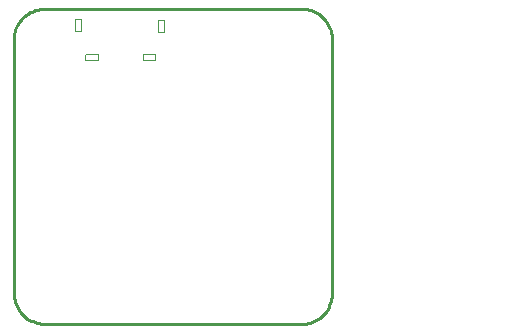
<source format=gko>
%FSTAX23Y23*%
%MOIN*%
%SFA1B1*%

%IPPOS*%
%ADD43C,0.010000*%
%ADD55C,0.001000*%
%LNcore_prototype_1-1*%
%LPD*%
G36*
X05385Y03405D02*
D01*
G37*
G36*
X05425Y035D02*
D01*
G37*
G54D43*
X03742Y02649D02*
D01*
X03742Y02642*
X03742Y02635*
X03744Y02628*
X03745Y02621*
X03747Y02615*
X0375Y02608*
X03753Y02602*
X03757Y02596*
X0376Y0259*
X03765Y02585*
X03769Y0258*
X03774Y02575*
X0378Y0257*
X03785Y02566*
X03791Y02563*
X03797Y0256*
X03803Y02557*
X0381Y02554*
X03817Y02552*
X03823Y02551*
X0383Y0255*
X03837Y0255*
X0384Y0255*
X04701Y0255D02*
D01*
X04707Y0255*
X04714Y0255*
X04721Y02552*
X04728Y02553*
X04734Y02555*
X04741Y02558*
X04747Y02561*
X04753Y02565*
X04759Y02568*
X04764Y02573*
X04769Y02577*
X04774Y02582*
X04779Y02588*
X04783Y02593*
X04786Y02599*
X04789Y02605*
X04792Y02611*
X04795Y02618*
X04797Y02625*
X04798Y02631*
X04799Y02638*
X04799Y02645*
X04799Y02648*
X048Y035D02*
D01*
X04799Y03506*
X04799Y03513*
X04797Y0352*
X04796Y03527*
X04794Y03533*
X04791Y0354*
X04788Y03546*
X04784Y03552*
X04781Y03558*
X04776Y03563*
X04772Y03568*
X04767Y03573*
X04761Y03578*
X04756Y03582*
X0475Y03585*
X04744Y03588*
X04738Y03591*
X04731Y03594*
X04724Y03596*
X04718Y03597*
X04711Y03598*
X04704Y03598*
X04701Y03598*
X0384Y03599D02*
D01*
X03833Y03598*
X03826Y03598*
X03819Y03596*
X03812Y03595*
X03806Y03593*
X03799Y0359*
X03793Y03587*
X03787Y03583*
X03781Y0358*
X03776Y03575*
X03771Y03571*
X03766Y03566*
X03761Y0356*
X03757Y03555*
X03754Y03549*
X03751Y03543*
X03748Y03537*
X03745Y0353*
X03743Y03523*
X03742Y03517*
X03741Y0351*
X03741Y03503*
X03741Y035*
Y02649D02*
Y035D01*
X0384Y03598D02*
X04701D01*
X04799Y02648D02*
Y03499D01*
X0384Y0255D02*
X047D01*
G54D55*
X03978Y03427D02*
Y03446D01*
X03979Y03447*
X04019*
X03978Y03427D02*
X03999D01*
X04019Y03428D02*
Y03447D01*
X04018Y03427D02*
X04019Y03428D01*
X03999Y03427D02*
X04018D01*
X04192D02*
X04211D01*
X04212Y03428*
Y03447*
X04171Y03427D02*
X04192D01*
X04172Y03447D02*
X04212D01*
X04171Y03446D02*
X04172Y03447D01*
X04171Y03427D02*
Y03446D01*
X04221Y03563D02*
X04241D01*
Y03523D02*
Y03563D01*
X04221Y03543D02*
Y03563D01*
X04222Y03523D02*
X04241D01*
X04221Y03524D02*
X04222Y03523D01*
X04221Y03524D02*
Y03543D01*
X03945Y03525D02*
Y03544D01*
Y03525D02*
X03946Y03524D01*
X03965*
X03945Y03544D02*
Y03565D01*
X03965Y03524D02*
Y03564D01*
X03964Y03565D02*
X03965Y03564D01*
X03945Y03565D02*
X03964D01*
M02*
</source>
